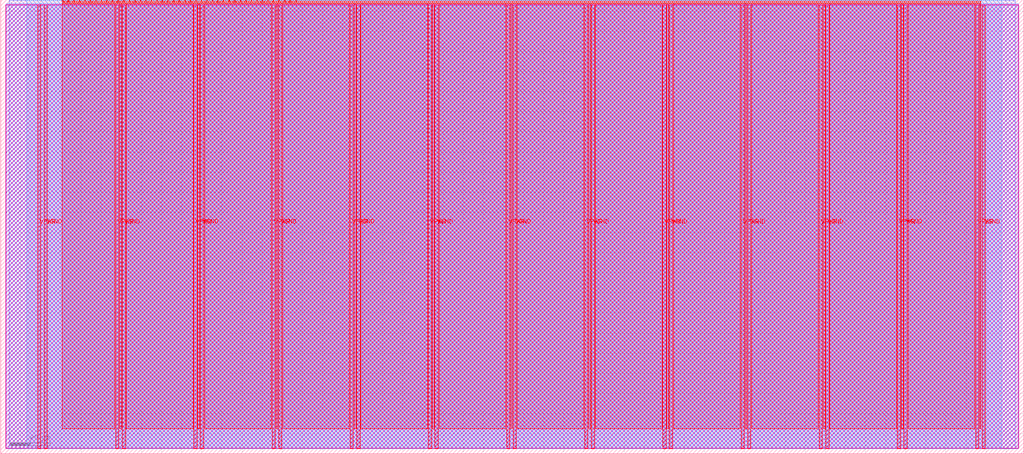
<source format=lef>
VERSION 5.7 ;
  NOWIREEXTENSIONATPIN ON ;
  DIVIDERCHAR "/" ;
  BUSBITCHARS "[]" ;
MACRO tt_um_galaguna_PostSys
  CLASS BLOCK ;
  FOREIGN tt_um_galaguna_PostSys ;
  ORIGIN 0.000 0.000 ;
  SIZE 508.760 BY 225.760 ;
  PIN VGND
    DIRECTION INOUT ;
    USE GROUND ;
    PORT
      LAYER met4 ;
        RECT 21.580 2.480 23.180 223.280 ;
    END
    PORT
      LAYER met4 ;
        RECT 60.450 2.480 62.050 223.280 ;
    END
    PORT
      LAYER met4 ;
        RECT 99.320 2.480 100.920 223.280 ;
    END
    PORT
      LAYER met4 ;
        RECT 138.190 2.480 139.790 223.280 ;
    END
    PORT
      LAYER met4 ;
        RECT 177.060 2.480 178.660 223.280 ;
    END
    PORT
      LAYER met4 ;
        RECT 215.930 2.480 217.530 223.280 ;
    END
    PORT
      LAYER met4 ;
        RECT 254.800 2.480 256.400 223.280 ;
    END
    PORT
      LAYER met4 ;
        RECT 293.670 2.480 295.270 223.280 ;
    END
    PORT
      LAYER met4 ;
        RECT 332.540 2.480 334.140 223.280 ;
    END
    PORT
      LAYER met4 ;
        RECT 371.410 2.480 373.010 223.280 ;
    END
    PORT
      LAYER met4 ;
        RECT 410.280 2.480 411.880 223.280 ;
    END
    PORT
      LAYER met4 ;
        RECT 449.150 2.480 450.750 223.280 ;
    END
    PORT
      LAYER met4 ;
        RECT 488.020 2.480 489.620 223.280 ;
    END
  END VGND
  PIN VPWR
    DIRECTION INOUT ;
    USE POWER ;
    PORT
      LAYER met4 ;
        RECT 18.280 2.480 19.880 223.280 ;
    END
    PORT
      LAYER met4 ;
        RECT 57.150 2.480 58.750 223.280 ;
    END
    PORT
      LAYER met4 ;
        RECT 96.020 2.480 97.620 223.280 ;
    END
    PORT
      LAYER met4 ;
        RECT 134.890 2.480 136.490 223.280 ;
    END
    PORT
      LAYER met4 ;
        RECT 173.760 2.480 175.360 223.280 ;
    END
    PORT
      LAYER met4 ;
        RECT 212.630 2.480 214.230 223.280 ;
    END
    PORT
      LAYER met4 ;
        RECT 251.500 2.480 253.100 223.280 ;
    END
    PORT
      LAYER met4 ;
        RECT 290.370 2.480 291.970 223.280 ;
    END
    PORT
      LAYER met4 ;
        RECT 329.240 2.480 330.840 223.280 ;
    END
    PORT
      LAYER met4 ;
        RECT 368.110 2.480 369.710 223.280 ;
    END
    PORT
      LAYER met4 ;
        RECT 406.980 2.480 408.580 223.280 ;
    END
    PORT
      LAYER met4 ;
        RECT 445.850 2.480 447.450 223.280 ;
    END
    PORT
      LAYER met4 ;
        RECT 484.720 2.480 486.320 223.280 ;
    END
  END VPWR
  PIN clk
    DIRECTION INPUT ;
    USE SIGNAL ;
    ANTENNAGATEAREA 0.852000 ;
    PORT
      LAYER met4 ;
        RECT 143.830 224.760 144.130 225.760 ;
    END
  END clk
  PIN ena
    DIRECTION INPUT ;
    USE SIGNAL ;
    PORT
      LAYER met4 ;
        RECT 146.590 224.760 146.890 225.760 ;
    END
  END ena
  PIN rst_n
    DIRECTION INPUT ;
    USE SIGNAL ;
    ANTENNAGATEAREA 0.196500 ;
    PORT
      LAYER met4 ;
        RECT 141.070 224.760 141.370 225.760 ;
    END
  END rst_n
  PIN ui_in[0]
    DIRECTION INPUT ;
    USE SIGNAL ;
    ANTENNAGATEAREA 0.196500 ;
    PORT
      LAYER met4 ;
        RECT 138.310 224.760 138.610 225.760 ;
    END
  END ui_in[0]
  PIN ui_in[1]
    DIRECTION INPUT ;
    USE SIGNAL ;
    ANTENNAGATEAREA 0.247500 ;
    PORT
      LAYER met4 ;
        RECT 135.550 224.760 135.850 225.760 ;
    END
  END ui_in[1]
  PIN ui_in[2]
    DIRECTION INPUT ;
    USE SIGNAL ;
    ANTENNAGATEAREA 0.213000 ;
    PORT
      LAYER met4 ;
        RECT 132.790 224.760 133.090 225.760 ;
    END
  END ui_in[2]
  PIN ui_in[3]
    DIRECTION INPUT ;
    USE SIGNAL ;
    ANTENNAGATEAREA 0.213000 ;
    PORT
      LAYER met4 ;
        RECT 130.030 224.760 130.330 225.760 ;
    END
  END ui_in[3]
  PIN ui_in[4]
    DIRECTION INPUT ;
    USE SIGNAL ;
    ANTENNAGATEAREA 0.196500 ;
    PORT
      LAYER met4 ;
        RECT 127.270 224.760 127.570 225.760 ;
    END
  END ui_in[4]
  PIN ui_in[5]
    DIRECTION INPUT ;
    USE SIGNAL ;
    ANTENNAGATEAREA 0.159000 ;
    PORT
      LAYER met4 ;
        RECT 124.510 224.760 124.810 225.760 ;
    END
  END ui_in[5]
  PIN ui_in[6]
    DIRECTION INPUT ;
    USE SIGNAL ;
    ANTENNAGATEAREA 0.196500 ;
    PORT
      LAYER met4 ;
        RECT 121.750 224.760 122.050 225.760 ;
    END
  END ui_in[6]
  PIN ui_in[7]
    DIRECTION INPUT ;
    USE SIGNAL ;
    ANTENNAGATEAREA 0.196500 ;
    PORT
      LAYER met4 ;
        RECT 118.990 224.760 119.290 225.760 ;
    END
  END ui_in[7]
  PIN uio_in[0]
    DIRECTION INPUT ;
    USE SIGNAL ;
    PORT
      LAYER met4 ;
        RECT 116.230 224.760 116.530 225.760 ;
    END
  END uio_in[0]
  PIN uio_in[1]
    DIRECTION INPUT ;
    USE SIGNAL ;
    PORT
      LAYER met4 ;
        RECT 113.470 224.760 113.770 225.760 ;
    END
  END uio_in[1]
  PIN uio_in[2]
    DIRECTION INPUT ;
    USE SIGNAL ;
    PORT
      LAYER met4 ;
        RECT 110.710 224.760 111.010 225.760 ;
    END
  END uio_in[2]
  PIN uio_in[3]
    DIRECTION INPUT ;
    USE SIGNAL ;
    PORT
      LAYER met4 ;
        RECT 107.950 224.760 108.250 225.760 ;
    END
  END uio_in[3]
  PIN uio_in[4]
    DIRECTION INPUT ;
    USE SIGNAL ;
    PORT
      LAYER met4 ;
        RECT 105.190 224.760 105.490 225.760 ;
    END
  END uio_in[4]
  PIN uio_in[5]
    DIRECTION INPUT ;
    USE SIGNAL ;
    PORT
      LAYER met4 ;
        RECT 102.430 224.760 102.730 225.760 ;
    END
  END uio_in[5]
  PIN uio_in[6]
    DIRECTION INPUT ;
    USE SIGNAL ;
    PORT
      LAYER met4 ;
        RECT 99.670 224.760 99.970 225.760 ;
    END
  END uio_in[6]
  PIN uio_in[7]
    DIRECTION INPUT ;
    USE SIGNAL ;
    PORT
      LAYER met4 ;
        RECT 96.910 224.760 97.210 225.760 ;
    END
  END uio_in[7]
  PIN uio_oe[0]
    DIRECTION OUTPUT ;
    USE SIGNAL ;
    PORT
      LAYER met4 ;
        RECT 49.990 224.760 50.290 225.760 ;
    END
  END uio_oe[0]
  PIN uio_oe[1]
    DIRECTION OUTPUT ;
    USE SIGNAL ;
    PORT
      LAYER met4 ;
        RECT 47.230 224.760 47.530 225.760 ;
    END
  END uio_oe[1]
  PIN uio_oe[2]
    DIRECTION OUTPUT ;
    USE SIGNAL ;
    PORT
      LAYER met4 ;
        RECT 44.470 224.760 44.770 225.760 ;
    END
  END uio_oe[2]
  PIN uio_oe[3]
    DIRECTION OUTPUT ;
    USE SIGNAL ;
    PORT
      LAYER met4 ;
        RECT 41.710 224.760 42.010 225.760 ;
    END
  END uio_oe[3]
  PIN uio_oe[4]
    DIRECTION OUTPUT ;
    USE SIGNAL ;
    PORT
      LAYER met4 ;
        RECT 38.950 224.760 39.250 225.760 ;
    END
  END uio_oe[4]
  PIN uio_oe[5]
    DIRECTION OUTPUT ;
    USE SIGNAL ;
    PORT
      LAYER met4 ;
        RECT 36.190 224.760 36.490 225.760 ;
    END
  END uio_oe[5]
  PIN uio_oe[6]
    DIRECTION OUTPUT ;
    USE SIGNAL ;
    PORT
      LAYER met4 ;
        RECT 33.430 224.760 33.730 225.760 ;
    END
  END uio_oe[6]
  PIN uio_oe[7]
    DIRECTION OUTPUT ;
    USE SIGNAL ;
    PORT
      LAYER met4 ;
        RECT 30.670 224.760 30.970 225.760 ;
    END
  END uio_oe[7]
  PIN uio_out[0]
    DIRECTION OUTPUT ;
    USE SIGNAL ;
    ANTENNAGATEAREA 1.494000 ;
    ANTENNADIFFAREA 0.891000 ;
    PORT
      LAYER met4 ;
        RECT 72.070 224.760 72.370 225.760 ;
    END
  END uio_out[0]
  PIN uio_out[1]
    DIRECTION OUTPUT ;
    USE SIGNAL ;
    ANTENNAGATEAREA 1.620000 ;
    ANTENNADIFFAREA 0.891000 ;
    PORT
      LAYER met4 ;
        RECT 69.310 224.760 69.610 225.760 ;
    END
  END uio_out[1]
  PIN uio_out[2]
    DIRECTION OUTPUT ;
    USE SIGNAL ;
    ANTENNAGATEAREA 2.106000 ;
    ANTENNADIFFAREA 0.891000 ;
    PORT
      LAYER met4 ;
        RECT 66.550 224.760 66.850 225.760 ;
    END
  END uio_out[2]
  PIN uio_out[3]
    DIRECTION OUTPUT ;
    USE SIGNAL ;
    ANTENNAGATEAREA 1.242000 ;
    ANTENNADIFFAREA 0.891000 ;
    PORT
      LAYER met4 ;
        RECT 63.790 224.760 64.090 225.760 ;
    END
  END uio_out[3]
  PIN uio_out[4]
    DIRECTION OUTPUT ;
    USE SIGNAL ;
    ANTENNADIFFAREA 0.891000 ;
    PORT
      LAYER met4 ;
        RECT 61.030 224.760 61.330 225.760 ;
    END
  END uio_out[4]
  PIN uio_out[5]
    DIRECTION OUTPUT ;
    USE SIGNAL ;
    ANTENNADIFFAREA 0.891000 ;
    PORT
      LAYER met4 ;
        RECT 58.270 224.760 58.570 225.760 ;
    END
  END uio_out[5]
  PIN uio_out[6]
    DIRECTION OUTPUT ;
    USE SIGNAL ;
    ANTENNADIFFAREA 0.911000 ;
    PORT
      LAYER met4 ;
        RECT 55.510 224.760 55.810 225.760 ;
    END
  END uio_out[6]
  PIN uio_out[7]
    DIRECTION OUTPUT ;
    USE SIGNAL ;
    ANTENNADIFFAREA 0.445500 ;
    PORT
      LAYER met4 ;
        RECT 52.750 224.760 53.050 225.760 ;
    END
  END uio_out[7]
  PIN uo_out[0]
    DIRECTION OUTPUT ;
    USE SIGNAL ;
    ANTENNADIFFAREA 0.445500 ;
    PORT
      LAYER met4 ;
        RECT 94.150 224.760 94.450 225.760 ;
    END
  END uo_out[0]
  PIN uo_out[1]
    DIRECTION OUTPUT ;
    USE SIGNAL ;
    ANTENNADIFFAREA 0.445500 ;
    PORT
      LAYER met4 ;
        RECT 91.390 224.760 91.690 225.760 ;
    END
  END uo_out[1]
  PIN uo_out[2]
    DIRECTION OUTPUT ;
    USE SIGNAL ;
    ANTENNADIFFAREA 0.445500 ;
    PORT
      LAYER met4 ;
        RECT 88.630 224.760 88.930 225.760 ;
    END
  END uo_out[2]
  PIN uo_out[3]
    DIRECTION OUTPUT ;
    USE SIGNAL ;
    ANTENNADIFFAREA 0.445500 ;
    PORT
      LAYER met4 ;
        RECT 85.870 224.760 86.170 225.760 ;
    END
  END uo_out[3]
  PIN uo_out[4]
    DIRECTION OUTPUT ;
    USE SIGNAL ;
    ANTENNADIFFAREA 0.445500 ;
    PORT
      LAYER met4 ;
        RECT 83.110 224.760 83.410 225.760 ;
    END
  END uo_out[4]
  PIN uo_out[5]
    DIRECTION OUTPUT ;
    USE SIGNAL ;
    ANTENNADIFFAREA 0.445500 ;
    PORT
      LAYER met4 ;
        RECT 80.350 224.760 80.650 225.760 ;
    END
  END uo_out[5]
  PIN uo_out[6]
    DIRECTION OUTPUT ;
    USE SIGNAL ;
    ANTENNADIFFAREA 0.445500 ;
    PORT
      LAYER met4 ;
        RECT 77.590 224.760 77.890 225.760 ;
    END
  END uo_out[6]
  PIN uo_out[7]
    DIRECTION OUTPUT ;
    USE SIGNAL ;
    ANTENNADIFFAREA 0.445500 ;
    PORT
      LAYER met4 ;
        RECT 74.830 224.760 75.130 225.760 ;
    END
  END uo_out[7]
  OBS
      LAYER nwell ;
        RECT 2.570 2.635 506.190 223.230 ;
      LAYER li1 ;
        RECT 2.760 2.635 506.000 223.125 ;
      LAYER met1 ;
        RECT 2.760 2.480 506.000 223.680 ;
      LAYER met2 ;
        RECT 4.240 2.535 504.520 225.605 ;
      LAYER met3 ;
        RECT 12.945 2.555 497.655 225.585 ;
      LAYER met4 ;
        RECT 31.370 224.360 33.030 224.905 ;
        RECT 34.130 224.360 35.790 224.905 ;
        RECT 36.890 224.360 38.550 224.905 ;
        RECT 39.650 224.360 41.310 224.905 ;
        RECT 42.410 224.360 44.070 224.905 ;
        RECT 45.170 224.360 46.830 224.905 ;
        RECT 47.930 224.360 49.590 224.905 ;
        RECT 50.690 224.360 52.350 224.905 ;
        RECT 53.450 224.360 55.110 224.905 ;
        RECT 56.210 224.360 57.870 224.905 ;
        RECT 58.970 224.360 60.630 224.905 ;
        RECT 61.730 224.360 63.390 224.905 ;
        RECT 64.490 224.360 66.150 224.905 ;
        RECT 67.250 224.360 68.910 224.905 ;
        RECT 70.010 224.360 71.670 224.905 ;
        RECT 72.770 224.360 74.430 224.905 ;
        RECT 75.530 224.360 77.190 224.905 ;
        RECT 78.290 224.360 79.950 224.905 ;
        RECT 81.050 224.360 82.710 224.905 ;
        RECT 83.810 224.360 85.470 224.905 ;
        RECT 86.570 224.360 88.230 224.905 ;
        RECT 89.330 224.360 90.990 224.905 ;
        RECT 92.090 224.360 93.750 224.905 ;
        RECT 94.850 224.360 96.510 224.905 ;
        RECT 97.610 224.360 99.270 224.905 ;
        RECT 100.370 224.360 102.030 224.905 ;
        RECT 103.130 224.360 104.790 224.905 ;
        RECT 105.890 224.360 107.550 224.905 ;
        RECT 108.650 224.360 110.310 224.905 ;
        RECT 111.410 224.360 113.070 224.905 ;
        RECT 114.170 224.360 115.830 224.905 ;
        RECT 116.930 224.360 118.590 224.905 ;
        RECT 119.690 224.360 121.350 224.905 ;
        RECT 122.450 224.360 124.110 224.905 ;
        RECT 125.210 224.360 126.870 224.905 ;
        RECT 127.970 224.360 129.630 224.905 ;
        RECT 130.730 224.360 132.390 224.905 ;
        RECT 133.490 224.360 135.150 224.905 ;
        RECT 136.250 224.360 137.910 224.905 ;
        RECT 139.010 224.360 140.670 224.905 ;
        RECT 141.770 224.360 143.430 224.905 ;
        RECT 144.530 224.360 146.190 224.905 ;
        RECT 147.290 224.360 487.305 224.905 ;
        RECT 30.655 223.680 487.305 224.360 ;
        RECT 30.655 12.415 56.750 223.680 ;
        RECT 59.150 12.415 60.050 223.680 ;
        RECT 62.450 12.415 95.620 223.680 ;
        RECT 98.020 12.415 98.920 223.680 ;
        RECT 101.320 12.415 134.490 223.680 ;
        RECT 136.890 12.415 137.790 223.680 ;
        RECT 140.190 12.415 173.360 223.680 ;
        RECT 175.760 12.415 176.660 223.680 ;
        RECT 179.060 12.415 212.230 223.680 ;
        RECT 214.630 12.415 215.530 223.680 ;
        RECT 217.930 12.415 251.100 223.680 ;
        RECT 253.500 12.415 254.400 223.680 ;
        RECT 256.800 12.415 289.970 223.680 ;
        RECT 292.370 12.415 293.270 223.680 ;
        RECT 295.670 12.415 328.840 223.680 ;
        RECT 331.240 12.415 332.140 223.680 ;
        RECT 334.540 12.415 367.710 223.680 ;
        RECT 370.110 12.415 371.010 223.680 ;
        RECT 373.410 12.415 406.580 223.680 ;
        RECT 408.980 12.415 409.880 223.680 ;
        RECT 412.280 12.415 445.450 223.680 ;
        RECT 447.850 12.415 448.750 223.680 ;
        RECT 451.150 12.415 484.320 223.680 ;
        RECT 486.720 12.415 487.305 223.680 ;
  END
END tt_um_galaguna_PostSys
END LIBRARY


</source>
